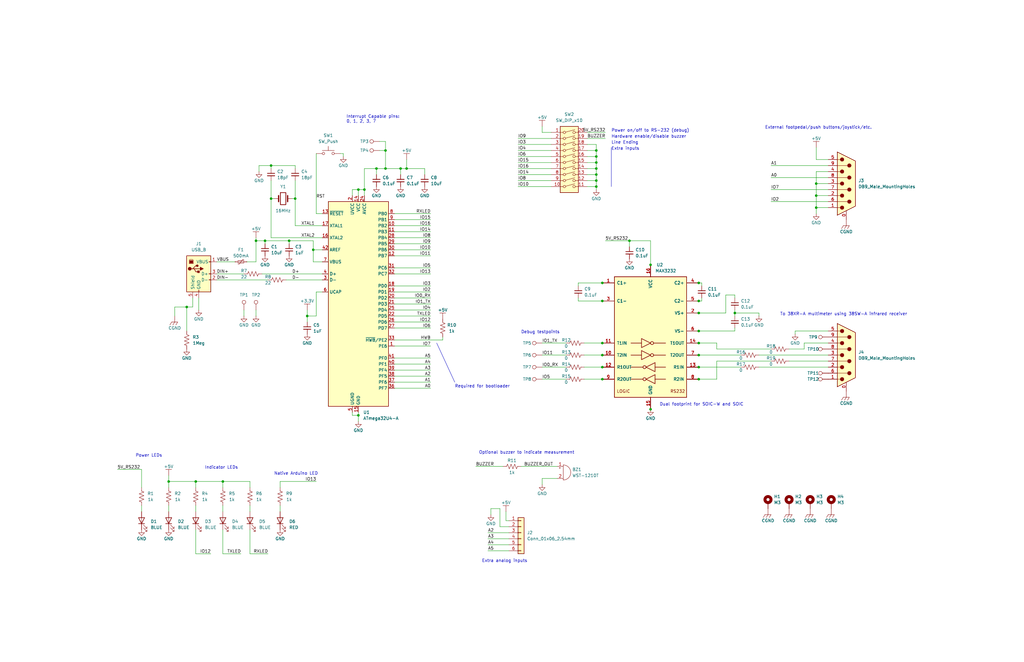
<source format=kicad_sch>
(kicad_sch (version 20230121) (generator eeschema)
  (paper "B")
  (title_block (title "SAFE-TO-MATE-O-MATIC") (date "2023-01-16") (rev "-") (comment 1 "7511-XXXX"))
  (lib_symbols
    (symbol "1Jarrett_Symbol_Library:+3.3V" (power) (pin_names (offset 0))
      (property "Value" "+3.3V" (at 0 3.81 0))
      (symbol "+3.3V_1_1"
        (pin power_in line (at 0 0 90) (length 0) hide (name "+3.3V") (number "1"))
      )
    )
    (symbol "1Jarrett_Symbol_Library:+5V" (power) (pin_names (offset 0))
      (property "Value" "+5V" (at 0 3.81 0))
      (symbol "+5V_1_1"
        (pin power_in line (at 0 0 90) (length 0) hide (name "+5V") (number "1"))
      )
    )
    (symbol "1Jarrett_Symbol_Library:CGND" (power) (pin_names (offset 0))
      (property "Value" "CGND" (at 0 -5.08 0))
      (symbol "CGND_1_1"
        (pin power_in line (at 0 0 90) (length 0) hide (name "CGND") (number "1"))
      )
    )
    (symbol "Connector:DB9_Male_MountingHoles" (pin_names (offset 1.016) hide)
      (property "Reference" "J" (at 0 16.51 0))
      (property "Value" "DB9_Male_MountingHoles" (at 0 14.605 0))
      (symbol "DB9_Male_MountingHoles_1_1"
        (pin passive line (at 0 -15.24 90) (length 3.81) (name "PAD") (number "0"))
        (pin passive line (at -7.62 -10.16 0) (length 3.81) (name "1") (number "1"))
        (pin passive line (at -7.62 -5.08 0) (length 3.81) (name "2") (number "2"))
        (pin passive line (at -7.62 0 0) (length 3.81) (name "3") (number "3"))
        (pin passive line (at -7.62 5.08 0) (length 3.81) (name "4") (number "4"))
        (pin passive line (at -7.62 10.16 0) (length 3.81) (name "5") (number "5"))
        (pin passive line (at -7.62 -7.62 0) (length 3.81) (name "6") (number "6"))
        (pin passive line (at -7.62 -2.54 0) (length 3.81) (name "7") (number "7"))
        (pin passive line (at -7.62 2.54 0) (length 3.81) (name "8") (number "8"))
        (pin passive line (at -7.62 7.62 0) (length 3.81) (name "9") (number "9"))
      )
    )
    (symbol "Connector:TestPoint" (pin_numbers hide) (pin_names (offset 0.762) hide)
      (property "Reference" "TP" (at 0 6.858 0))
      (property "Value" "TestPoint" (at 0 5.08 0))
      (symbol "TestPoint_1_1"
        (pin passive line (at 0 0 90) (length 2.54) (name "1") (number "1"))
      )
    )
    (symbol "Connector:USB_B" (pin_names (offset 1.016))
      (property "Reference" "J" (at -5.08 11.43 0))
      (property "Value" "USB_B" (at -5.08 8.89 0))
      (symbol "USB_B_1_1"
        (pin power_out line (at 7.62 5.08 180) (length 2.54) (name "VBUS") (number "1"))
        (pin bidirectional line (at 7.62 -2.54 180) (length 2.54) (name "D-") (number "2"))
        (pin bidirectional line (at 7.62 0 180) (length 2.54) (name "D+") (number "3"))
        (pin power_out line (at 0 -10.16 90) (length 2.54) (name "GND") (number "4"))
        (pin passive line (at -2.54 -10.16 90) (length 2.54) (name "Shield") (number "5"))
      )
    )
    (symbol "Connector_Generic:Conn_01x06" (pin_names (offset 1.016) hide)
      (property "Reference" "J" (at 0 7.62 0))
      (property "Value" "Conn_01x06" (at 0 -10.16 0))
      (symbol "Conn_01x06_1_1"
        (pin passive line (at -5.08 5.08 0) (length 3.81) (name "Pin_1") (number "1"))
        (pin passive line (at -5.08 2.54 0) (length 3.81) (name "Pin_2") (number "2"))
        (pin passive line (at -5.08 0 0) (length 3.81) (name "Pin_3") (number "3"))
        (pin passive line (at -5.08 -2.54 0) (length 3.81) (name "Pin_4") (number "4"))
        (pin passive line (at -5.08 -5.08 0) (length 3.81) (name "Pin_5") (number "5"))
        (pin passive line (at -5.08 -7.62 0) (length 3.81) (name "Pin_6") (number "6"))
      )
    )
    (symbol "Device:Buzzer" (pin_names (offset 0.0254) hide)
      (property "Reference" "BZ" (at 3.81 1.27 0))
      (property "Value" "Buzzer" (at 3.81 -1.27 0))
      (symbol "Buzzer_1_1"
        (pin passive line (at -2.54 2.54 0) (length 2.54) (name "-") (number "1"))
        (pin passive line (at -2.54 -2.54 0) (length 2.54) (name "+") (number "2"))
      )
    )
    (symbol "Device:C_Small" (pin_numbers hide) (pin_names (offset 0.254) hide)
      (property "Reference" "C" (at 0.254 1.778 0))
      (property "Value" "C_Small" (at 0.254 -2.032 0))
      (symbol "C_Small_1_1"
        (pin passive line (at 0 2.54 270) (length 2.032) (name "~") (number "1"))
        (pin passive line (at 0 -2.54 90) (length 2.032) (name "~") (number "2"))
      )
    )
    (symbol "Device:Crystal" (pin_numbers hide) (pin_names (offset 1.016) hide)
      (property "Reference" "Y" (at 0 3.81 0))
      (property "Value" "Crystal" (at 0 -3.81 0))
      (symbol "Crystal_1_1"
        (pin passive line (at -3.81 0 0) (length 1.27) (name "1") (number "1"))
        (pin passive line (at 3.81 0 180) (length 1.27) (name "2") (number "2"))
      )
    )
    (symbol "Device:LED" (pin_numbers hide) (pin_names (offset 1.016) hide)
      (property "Reference" "D" (at 0 2.54 0))
      (property "Value" "LED" (at 0 -2.54 0))
      (symbol "LED_1_1"
        (pin passive line (at -3.81 0 0) (length 2.54) (name "K") (number "1"))
        (pin passive line (at 3.81 0 180) (length 2.54) (name "A") (number "2"))
      )
    )
    (symbol "Device:Polyfuse_Small" (pin_numbers hide) (pin_names (offset 0))
      (property "Reference" "F" (at -1.905 0 90))
      (property "Value" "Polyfuse_Small" (at 1.905 0 90))
      (symbol "Polyfuse_Small_1_1"
        (pin passive line (at 0 2.54 270) (length 0.635) (name "~") (number "1"))
        (pin passive line (at 0 -2.54 90) (length 0.635) (name "~") (number "2"))
      )
    )
    (symbol "Device:R_US" (pin_numbers hide) (pin_names (offset 0))
      (property "Reference" "R" (at 2.54 0 90))
      (property "Value" "R_US" (at -2.54 0 90))
      (symbol "R_US_1_1"
        (pin passive line (at 0 3.81 270) (length 1.27) (name "~") (number "1"))
        (pin passive line (at 0 -3.81 90) (length 1.27) (name "~") (number "2"))
      )
    )
    (symbol "Interface_UART:MAX3232" (pin_names (offset 1.016))
      (property "Reference" "U" (at -2.54 28.575 0))
      (property "Value" "MAX3232" (at -2.54 26.67 0))
      (symbol "MAX3232_0_0"
        (text "LOGIC" (at -11.43 -22.86 0) (effects (font (size 1.27 1.27))))
        (text "RS232" (at 11.43 -22.86 0) (effects (font (size 1.27 1.27))))
      )
      (symbol "MAX3232_1_1"
        (pin passive line (at -20.32 22.86 0) (length 5.08) (name "C1+") (number "1"))
        (pin input line (at -20.32 -7.62 0) (length 5.08) (name "T2IN") (number "10"))
        (pin input line (at -20.32 -2.54 0) (length 5.08) (name "T1IN") (number "11"))
        (pin output line (at -20.32 -12.7 0) (length 5.08) (name "R1OUT") (number "12"))
        (pin input line (at 20.32 -12.7 180) (length 5.08) (name "R1IN") (number "13"))
        (pin output line (at 20.32 -2.54 180) (length 5.08) (name "T1OUT") (number "14"))
        (pin power_in line (at 0 -30.48 90) (length 5.08) (name "GND") (number "15"))
        (pin power_in line (at 0 30.48 270) (length 5.08) (name "VCC") (number "16"))
        (pin power_out line (at 20.32 10.16 180) (length 5.08) (name "VS+") (number "2"))
        (pin passive line (at -20.32 15.24 0) (length 5.08) (name "C1-") (number "3"))
        (pin passive line (at 20.32 22.86 180) (length 5.08) (name "C2+") (number "4"))
        (pin passive line (at 20.32 15.24 180) (length 5.08) (name "C2-") (number "5"))
        (pin power_out line (at 20.32 2.54 180) (length 5.08) (name "VS-") (number "6"))
        (pin output line (at 20.32 -7.62 180) (length 5.08) (name "T2OUT") (number "7"))
        (pin input line (at 20.32 -17.78 180) (length 5.08) (name "R2IN") (number "8"))
        (pin output line (at -20.32 -17.78 0) (length 5.08) (name "R2OUT") (number "9"))
      )
    )
    (symbol "MCU_Microchip_ATmega:ATmega32U4-A"
      (property "Reference" "U" (at -12.7 44.45 0))
      (property "Value" "ATmega32U4-A" (at 2.54 -44.45 0))
      (symbol "ATmega32U4-A_1_1"
        (pin bidirectional line (at 15.24 -17.78 180) (length 2.54) (name "PE6") (number "1"))
        (pin bidirectional line (at 15.24 33.02 180) (length 2.54) (name "PB2") (number "10"))
        (pin bidirectional line (at 15.24 30.48 180) (length 2.54) (name "PB3") (number "11"))
        (pin bidirectional line (at 15.24 20.32 180) (length 2.54) (name "PB7") (number "12"))
        (pin input line (at -15.24 38.1 0) (length 2.54) (name "~{RESET}") (number "13"))
        (pin power_in line (at 0 45.72 270) (length 2.54) (name "VCC") (number "14"))
        (pin power_in line (at 0 -45.72 90) (length 2.54) (name "GND") (number "15"))
        (pin output line (at -15.24 27.94 0) (length 2.54) (name "XTAL2") (number "16"))
        (pin input line (at -15.24 33.02 0) (length 2.54) (name "XTAL1") (number "17"))
        (pin bidirectional line (at 15.24 7.62 180) (length 2.54) (name "PD0") (number "18"))
        (pin bidirectional line (at 15.24 5.08 180) (length 2.54) (name "PD1") (number "19"))
        (pin power_in line (at -2.54 45.72 270) (length 2.54) (name "UVCC") (number "2"))
        (pin bidirectional line (at 15.24 2.54 180) (length 2.54) (name "PD2") (number "20"))
        (pin bidirectional line (at 15.24 0 180) (length 2.54) (name "PD3") (number "21"))
        (pin bidirectional line (at 15.24 -5.08 180) (length 2.54) (name "PD5") (number "22"))
        (pin passive line (at 0 -45.72 90) (length 2.54) hide (name "GND") (number "23"))
        (pin power_in line (at 2.54 45.72 270) (length 2.54) (name "AVCC") (number "24"))
        (pin bidirectional line (at 15.24 -2.54 180) (length 2.54) (name "PD4") (number "25"))
        (pin bidirectional line (at 15.24 -7.62 180) (length 2.54) (name "PD6") (number "26"))
        (pin bidirectional line (at 15.24 -10.16 180) (length 2.54) (name "PD7") (number "27"))
        (pin bidirectional line (at 15.24 27.94 180) (length 2.54) (name "PB4") (number "28"))
        (pin bidirectional line (at 15.24 25.4 180) (length 2.54) (name "PB5") (number "29"))
        (pin bidirectional line (at -15.24 10.16 0) (length 2.54) (name "D-") (number "3"))
        (pin bidirectional line (at 15.24 22.86 180) (length 2.54) (name "PB6") (number "30"))
        (pin bidirectional line (at 15.24 15.24 180) (length 2.54) (name "PC6") (number "31"))
        (pin bidirectional line (at 15.24 12.7 180) (length 2.54) (name "PC7") (number "32"))
        (pin bidirectional line (at 15.24 -15.24 180) (length 2.54) (name "~{HWB}/PE2") (number "33"))
        (pin passive line (at 0 45.72 270) (length 2.54) hide (name "VCC") (number "34"))
        (pin passive line (at 0 -45.72 90) (length 2.54) hide (name "GND") (number "35"))
        (pin bidirectional line (at 15.24 -35.56 180) (length 2.54) (name "PF7") (number "36"))
        (pin bidirectional line (at 15.24 -33.02 180) (length 2.54) (name "PF6") (number "37"))
        (pin bidirectional line (at 15.24 -30.48 180) (length 2.54) (name "PF5") (number "38"))
        (pin bidirectional line (at 15.24 -27.94 180) (length 2.54) (name "PF4") (number "39"))
        (pin bidirectional line (at -15.24 12.7 0) (length 2.54) (name "D+") (number "4"))
        (pin bidirectional line (at 15.24 -25.4 180) (length 2.54) (name "PF1") (number "40"))
        (pin bidirectional line (at 15.24 -22.86 180) (length 2.54) (name "PF0") (number "41"))
        (pin passive line (at -15.24 22.86 0) (length 2.54) (name "AREF") (number "42"))
        (pin passive line (at 0 -45.72 90) (length 2.54) hide (name "GND") (number "43"))
        (pin passive line (at 2.54 45.72 270) (length 2.54) hide (name "AVCC") (number "44"))
        (pin passive line (at -2.54 -45.72 90) (length 2.54) (name "UGND") (number "5"))
        (pin passive line (at -15.24 5.08 0) (length 2.54) (name "UCAP") (number "6"))
        (pin input line (at -15.24 17.78 0) (length 2.54) (name "VBUS") (number "7"))
        (pin bidirectional line (at 15.24 38.1 180) (length 2.54) (name "PB0") (number "8"))
        (pin bidirectional line (at 15.24 35.56 180) (length 2.54) (name "PB1") (number "9"))
      )
    )
    (symbol "Mechanical:MountingHole_Pad" (pin_numbers hide) (pin_names (offset 1.016) hide)
      (property "Reference" "H" (at 0 6.35 0))
      (property "Value" "MountingHole_Pad" (at 0 4.445 0))
      (symbol "MountingHole_Pad_1_1"
        (pin input line (at 0 -2.54 90) (length 2.54) (name "1") (number "1"))
      )
    )
    (symbol "Switch:SW_DIP_x10" (pin_names (offset 0) hide)
      (property "Reference" "SW" (at 0 16.51 0))
      (property "Value" "SW_DIP_x10" (at 0 -13.97 0))
      (symbol "SW_DIP_x10_1_1"
        (pin passive line (at -7.62 12.7 0) (length 5.08) (name "~") (number "1"))
        (pin passive line (at -7.62 -10.16 0) (length 5.08) (name "~") (number "10"))
        (pin passive line (at 7.62 -10.16 180) (length 5.08) (name "~") (number "11"))
        (pin passive line (at 7.62 -7.62 180) (length 5.08) (name "~") (number "12"))
        (pin passive line (at 7.62 -5.08 180) (length 5.08) (name "~") (number "13"))
        (pin passive line (at 7.62 -2.54 180) (length 5.08) (name "~") (number "14"))
        (pin passive line (at 7.62 0 180) (length 5.08) (name "~") (number "15"))
        (pin passive line (at 7.62 2.54 180) (length 5.08) (name "~") (number "16"))
        (pin passive line (at 7.62 5.08 180) (length 5.08) (name "~") (number "17"))
        (pin passive line (at 7.62 7.62 180) (length 5.08) (name "~") (number "18"))
        (pin passive line (at 7.62 10.16 180) (length 5.08) (name "~") (number "19"))
        (pin passive line (at -7.62 10.16 0) (length 5.08) (name "~") (number "2"))
        (pin passive line (at 7.62 12.7 180) (length 5.08) (name "~") (number "20"))
        (pin passive line (at -7.62 7.62 0) (length 5.08) (name "~") (number "3"))
        (pin passive line (at -7.62 5.08 0) (length 5.08) (name "~") (number "4"))
        (pin passive line (at -7.62 2.54 0) (length 5.08) (name "~") (number "5"))
        (pin passive line (at -7.62 0 0) (length 5.08) (name "~") (number "6"))
        (pin passive line (at -7.62 -2.54 0) (length 5.08) (name "~") (number "7"))
        (pin passive line (at -7.62 -5.08 0) (length 5.08) (name "~") (number "8"))
        (pin passive line (at -7.62 -7.62 0) (length 5.08) (name "~") (number "9"))
      )
    )
    (symbol "Switch:SW_Push" (pin_numbers hide) (pin_names (offset 1.016) hide)
      (property "Reference" "SW" (at 1.27 2.54 0))
      (property "Value" "SW_Push" (at 0 -1.524 0))
      (symbol "SW_Push_0_1"
        (pin passive line (at -5.08 0 0) (length 2.54) (name "1") (number "1"))
        (pin passive line (at 5.08 0 180) (length 2.54) (name "2") (number "2"))
      )
    )
    (symbol "power:GND" (power) (pin_names (offset 0))
      (property "Value" "GND" (at 0 -3.81 0))
      (symbol "GND_1_1"
        (pin power_in line (at 0 0 270) (length 0) hide (name "GND") (number "1"))
      )
    )
  )
  (junction (at 158.75 71.12))
  (junction (at 78.74 129.54))
  (junction (at 171.45 71.12))
  (junction (at 344.17 77.47))
  (junction (at 294.64 127))
  (junction (at 251.46 76.2))
  (junction (at 265.43 101.6))
  (junction (at 114.3 69.85))
  (junction (at 251.46 78.74))
  (junction (at 294.64 139.7))
  (junction (at 254 160.02))
  (junction (at 114.3 83.82))
  (junction (at 168.91 71.12))
  (junction (at 121.92 101.6))
  (junction (at 251.46 73.66))
  (junction (at 344.17 87.63))
  (junction (at 274.32 172.72))
  (junction (at 294.64 144.78))
  (junction (at 254 127))
  (junction (at 71.12 203.2))
  (junction (at 129.54 133.35))
  (junction (at 124.46 83.82))
  (junction (at 93.98 203.2))
  (junction (at 294.64 154.94))
  (junction (at 251.46 66.04))
  (junction (at 344.17 82.55))
  (junction (at 254 154.94))
  (junction (at 251.46 71.12))
  (junction (at 254 149.86))
  (junction (at 132.08 105.41))
  (junction (at 251.46 68.58))
  (junction (at 294.64 149.86))
  (junction (at 107.95 101.6))
  (junction (at 254 119.38))
  (junction (at 151.13 175.26))
  (junction (at 294.64 119.38))
  (junction (at 162.56 71.12))
  (junction (at 111.76 101.6))
  (junction (at 251.46 63.5))
  (junction (at 162.56 63.5))
  (junction (at 294.64 132.08))
  (junction (at 274.32 111.76))
  (junction (at 82.55 203.2))
  (junction (at 309.88 132.08))
  (junction (at 254 144.78))
  (junction (at 294.64 160.02))
  (junction (at 153.67 80.01))
  (junction (at 151.13 80.01))
  (wire (pts (xy 332.74 152.4) (xy 349.25 152.4)))
  (wire (pts (xy 251.46 63.5) (xy 251.46 66.04)))
  (wire (pts (xy 166.37 135.89) (xy 181.61 135.89)))
  (wire (pts (xy 118.11 213.36) (xy 118.11 215.9)))
  (wire (pts (xy 335.28 140.97) (xy 335.28 139.7)))
  (wire (pts (xy 247.65 58.42) (xy 255.27 58.42)))
  (wire (pts (xy 129.54 133.35) (xy 129.54 135.89)))
  (wire (pts (xy 71.12 213.36) (xy 71.12 215.9)))
  (wire (pts (xy 111.76 101.6) (xy 121.92 101.6)))
  (wire (pts (xy 339.09 144.78) (xy 339.09 147.32)))
  (wire (pts (xy 302.26 152.4) (xy 325.12 152.4)))
  (wire (pts (xy 228.6 201.93) (xy 228.6 204.47)))
  (wire (pts (xy 218.44 78.74) (xy 232.41 78.74)))
  (wire (pts (xy 309.88 130.81) (xy 309.88 132.08)))
  (wire (pts (xy 306.07 132.08) (xy 306.07 124.46)))
  (wire (pts (xy 120.65 118.11) (xy 135.89 118.11)))
  (wire (pts (xy 294.64 119.38) (xy 295.91 119.38)))
  (wire (pts (xy 349.25 67.31) (xy 344.17 67.31)))
  (wire (pts (xy 166.37 90.17) (xy 181.61 90.17)))
  (wire (pts (xy 162.56 59.69) (xy 162.56 63.5)))
  (wire (pts (xy 228.6 144.78) (xy 238.76 144.78)))
  (wire (pts (xy 114.3 71.12) (xy 114.3 69.85)))
  (wire (pts (xy 78.74 129.54) (xy 78.74 139.7)))
  (wire (pts (xy 166.37 153.67) (xy 181.61 153.67)))
  (wire (pts (xy 132.08 110.49) (xy 132.08 105.41)))
  (wire (pts (xy 344.17 77.47) (xy 349.25 77.47)))
  (wire (pts (xy 247.65 63.5) (xy 251.46 63.5)))
  (wire (pts (xy 148.59 173.99) (xy 148.59 175.26)))
  (wire (pts (xy 247.65 78.74) (xy 251.46 78.74)))
  (polyline (pts (xy 191.77 161.29) (xy 184.15 144.78)))
  (wire (pts (xy 105.41 223.52) (xy 105.41 233.68)))
  (wire (pts (xy 110.49 115.57) (xy 135.89 115.57)))
  (wire (pts (xy 144.78 66.04) (xy 144.78 64.77)))
  (wire (pts (xy 247.65 76.2) (xy 251.46 76.2)))
  (wire (pts (xy 344.17 62.23) (xy 344.17 67.31)))
  (wire (pts (xy 118.11 203.2) (xy 133.35 203.2)))
  (wire (pts (xy 325.12 69.85) (xy 349.25 69.85)))
  (wire (pts (xy 73.66 133.35) (xy 73.66 129.54)))
  (wire (pts (xy 302.26 147.32) (xy 325.12 147.32)))
  (wire (pts (xy 251.46 78.74) (xy 251.46 80.01)))
  (wire (pts (xy 306.07 124.46) (xy 309.88 124.46)))
  (wire (pts (xy 114.3 83.82) (xy 114.3 100.33)))
  (wire (pts (xy 247.65 66.04) (xy 251.46 66.04)))
  (wire (pts (xy 207.01 217.17) (xy 207.01 214.63)))
  (wire (pts (xy 255.27 101.6) (xy 265.43 101.6)))
  (wire (pts (xy 171.45 71.12) (xy 179.07 71.12)))
  (wire (pts (xy 205.74 224.79) (xy 214.63 224.79)))
  (wire (pts (xy 111.76 102.87) (xy 111.76 101.6)))
  (wire (pts (xy 332.74 147.32) (xy 339.09 147.32)))
  (wire (pts (xy 274.32 101.6) (xy 265.43 101.6)))
  (wire (pts (xy 320.04 154.94) (xy 349.25 154.94)))
  (wire (pts (xy 166.37 146.05) (xy 181.61 146.05)))
  (wire (pts (xy 59.69 213.36) (xy 59.69 215.9)))
  (wire (pts (xy 186.69 143.51) (xy 186.69 142.24)))
  (wire (pts (xy 251.46 73.66) (xy 251.46 76.2)))
  (wire (pts (xy 344.17 72.39) (xy 344.17 77.47)))
  (wire (pts (xy 246.38 154.94) (xy 254 154.94)))
  (wire (pts (xy 105.41 213.36) (xy 105.41 215.9)))
  (wire (pts (xy 71.12 200.66) (xy 71.12 203.2)))
  (wire (pts (xy 104.14 110.49) (xy 107.95 110.49)))
  (wire (pts (xy 295.91 127) (xy 295.91 125.73)))
  (wire (pts (xy 344.17 82.55) (xy 344.17 77.47)))
  (wire (pts (xy 166.37 130.81) (xy 181.61 130.81)))
  (wire (pts (xy 232.41 66.04) (xy 218.44 66.04)))
  (wire (pts (xy 246.38 149.86) (xy 254 149.86)))
  (wire (pts (xy 49.53 198.12) (xy 59.69 198.12)))
  (wire (pts (xy 153.67 71.12) (xy 158.75 71.12)))
  (wire (pts (xy 246.38 160.02) (xy 254 160.02)))
  (wire (pts (xy 105.41 203.2) (xy 105.41 205.74)))
  (wire (pts (xy 302.26 160.02) (xy 294.64 160.02)))
  (wire (pts (xy 82.55 203.2) (xy 82.55 205.74)))
  (wire (pts (xy 320.04 149.86) (xy 349.25 149.86)))
  (wire (pts (xy 162.56 71.12) (xy 168.91 71.12)))
  (wire (pts (xy 82.55 203.2) (xy 93.98 203.2)))
  (wire (pts (xy 166.37 100.33) (xy 181.61 100.33)))
  (wire (pts (xy 166.37 163.83) (xy 181.61 163.83)))
  (wire (pts (xy 132.08 105.41) (xy 135.89 105.41)))
  (wire (pts (xy 218.44 76.2) (xy 232.41 76.2)))
  (wire (pts (xy 91.44 115.57) (xy 102.87 115.57)))
  (wire (pts (xy 251.46 71.12) (xy 251.46 73.66)))
  (wire (pts (xy 247.65 68.58) (xy 251.46 68.58)))
  (wire (pts (xy 82.55 233.68) (xy 88.9 233.68)))
  (wire (pts (xy 135.89 95.25) (xy 124.46 95.25)))
  (wire (pts (xy 166.37 161.29) (xy 181.61 161.29)))
  (wire (pts (xy 349.25 87.63) (xy 344.17 87.63)))
  (wire (pts (xy 166.37 95.25) (xy 181.61 95.25)))
  (wire (pts (xy 302.26 144.78) (xy 302.26 147.32)))
  (wire (pts (xy 135.89 123.19) (xy 133.35 123.19)))
  (wire (pts (xy 124.46 83.82) (xy 123.19 83.82)))
  (wire (pts (xy 168.91 71.12) (xy 168.91 73.66)))
  (wire (pts (xy 200.66 196.85) (xy 212.09 196.85)))
  (wire (pts (xy 294.64 154.94) (xy 312.42 154.94)))
  (wire (pts (xy 344.17 82.55) (xy 349.25 82.55)))
  (wire (pts (xy 232.41 63.5) (xy 218.44 63.5)))
  (wire (pts (xy 93.98 233.68) (xy 101.6 233.68)))
  (wire (pts (xy 243.84 127) (xy 243.84 125.73)))
  (wire (pts (xy 144.78 64.77) (xy 143.51 64.77)))
  (wire (pts (xy 247.65 71.12) (xy 251.46 71.12)))
  (wire (pts (xy 213.36 215.9) (xy 213.36 219.71)))
  (wire (pts (xy 166.37 143.51) (xy 186.69 143.51)))
  (wire (pts (xy 135.89 100.33) (xy 114.3 100.33)))
  (wire (pts (xy 153.67 80.01) (xy 153.67 71.12)))
  (wire (pts (xy 309.88 139.7) (xy 309.88 138.43)))
  (wire (pts (xy 135.89 110.49) (xy 132.08 110.49)))
  (wire (pts (xy 151.13 175.26) (xy 151.13 173.99)))
  (wire (pts (xy 166.37 115.57) (xy 181.61 115.57)))
  (wire (pts (xy 205.74 229.87) (xy 214.63 229.87)))
  (wire (pts (xy 294.64 127) (xy 295.91 127)))
  (wire (pts (xy 205.74 232.41) (xy 214.63 232.41)))
  (wire (pts (xy 148.59 175.26) (xy 151.13 175.26)))
  (wire (pts (xy 71.12 203.2) (xy 71.12 205.74)))
  (wire (pts (xy 309.88 132.08) (xy 320.04 132.08)))
  (wire (pts (xy 82.55 213.36) (xy 82.55 215.9)))
  (wire (pts (xy 166.37 158.75) (xy 181.61 158.75)))
  (wire (pts (xy 107.95 101.6) (xy 107.95 110.49)))
  (wire (pts (xy 294.64 144.78) (xy 302.26 144.78)))
  (wire (pts (xy 251.46 68.58) (xy 251.46 71.12)))
  (wire (pts (xy 133.35 64.77) (xy 133.35 90.17)))
  (wire (pts (xy 166.37 102.87) (xy 181.61 102.87)))
  (wire (pts (xy 114.3 69.85) (xy 124.46 69.85)))
  (wire (pts (xy 124.46 69.85) (xy 124.46 71.12)))
  (wire (pts (xy 210.82 214.63) (xy 210.82 222.25)))
  (wire (pts (xy 83.82 125.73) (xy 83.82 130.81)))
  (wire (pts (xy 93.98 203.2) (xy 105.41 203.2)))
  (wire (pts (xy 325.12 85.09) (xy 349.25 85.09)))
  (wire (pts (xy 254 127) (xy 243.84 127)))
  (wire (pts (xy 166.37 97.79) (xy 181.61 97.79)))
  (wire (pts (xy 247.65 55.88) (xy 255.27 55.88)))
  (wire (pts (xy 309.88 132.08) (xy 309.88 133.35)))
  (wire (pts (xy 114.3 76.2) (xy 114.3 83.82)))
  (wire (pts (xy 148.59 80.01) (xy 148.59 82.55)))
  (wire (pts (xy 320.04 132.08) (xy 320.04 133.35)))
  (wire (pts (xy 219.71 196.85) (xy 234.95 196.85)))
  (wire (pts (xy 325.12 80.01) (xy 349.25 80.01)))
  (wire (pts (xy 246.38 144.78) (xy 254 144.78)))
  (wire (pts (xy 81.28 125.73) (xy 81.28 129.54)))
  (wire (pts (xy 118.11 203.2) (xy 118.11 205.74)))
  (wire (pts (xy 325.12 74.93) (xy 349.25 74.93)))
  (wire (pts (xy 166.37 133.35) (xy 181.61 133.35)))
  (wire (pts (xy 228.6 149.86) (xy 238.76 149.86)))
  (wire (pts (xy 309.88 124.46) (xy 309.88 125.73)))
  (wire (pts (xy 166.37 123.19) (xy 181.61 123.19)))
  (wire (pts (xy 344.17 72.39) (xy 349.25 72.39)))
  (wire (pts (xy 73.66 129.54) (xy 78.74 129.54)))
  (wire (pts (xy 171.45 67.31) (xy 171.45 71.12)))
  (wire (pts (xy 91.44 118.11) (xy 113.03 118.11)))
  (wire (pts (xy 294.64 149.86) (xy 312.42 149.86)))
  (wire (pts (xy 251.46 76.2) (xy 251.46 78.74)))
  (wire (pts (xy 243.84 119.38) (xy 254 119.38)))
  (wire (pts (xy 129.54 133.35) (xy 129.54 130.81)))
  (wire (pts (xy 335.28 139.7) (xy 349.25 139.7)))
  (wire (pts (xy 214.63 219.71) (xy 213.36 219.71)))
  (wire (pts (xy 232.41 60.96) (xy 218.44 60.96)))
  (wire (pts (xy 107.95 130.81) (xy 107.95 133.35)))
  (wire (pts (xy 166.37 156.21) (xy 181.61 156.21)))
  (wire (pts (xy 153.67 82.55) (xy 153.67 80.01)))
  (wire (pts (xy 166.37 138.43) (xy 181.61 138.43)))
  (wire (pts (xy 166.37 105.41) (xy 181.61 105.41)))
  (wire (pts (xy 81.28 129.54) (xy 78.74 129.54)))
  (wire (pts (xy 82.55 223.52) (xy 82.55 233.68)))
  (wire (pts (xy 274.32 111.76) (xy 274.32 101.6)))
  (wire (pts (xy 93.98 223.52) (xy 93.98 233.68)))
  (wire (pts (xy 107.95 100.33) (xy 107.95 101.6)))
  (wire (pts (xy 232.41 58.42) (xy 218.44 58.42)))
  (wire (pts (xy 160.02 63.5) (xy 162.56 63.5)))
  (wire (pts (xy 160.02 59.69) (xy 162.56 59.69)))
  (wire (pts (xy 166.37 125.73) (xy 181.61 125.73)))
  (wire (pts (xy 214.63 222.25) (xy 210.82 222.25)))
  (wire (pts (xy 132.08 101.6) (xy 121.92 101.6)))
  (wire (pts (xy 247.65 73.66) (xy 251.46 73.66)))
  (wire (pts (xy 179.07 71.12) (xy 179.07 73.66)))
  (wire (pts (xy 251.46 60.96) (xy 251.46 63.5)))
  (wire (pts (xy 166.37 92.71) (xy 181.61 92.71)))
  (wire (pts (xy 228.6 160.02) (xy 238.76 160.02)))
  (wire (pts (xy 228.6 53.34) (xy 228.6 55.88)))
  (wire (pts (xy 234.95 201.93) (xy 228.6 201.93)))
  (wire (pts (xy 124.46 76.2) (xy 124.46 83.82)))
  (wire (pts (xy 294.64 139.7) (xy 309.88 139.7)))
  (wire (pts (xy 205.74 227.33) (xy 214.63 227.33)))
  (wire (pts (xy 109.22 69.85) (xy 114.3 69.85)))
  (wire (pts (xy 111.76 101.6) (xy 107.95 101.6)))
  (wire (pts (xy 105.41 233.68) (xy 113.03 233.68)))
  (wire (pts (xy 124.46 83.82) (xy 124.46 95.25)))
  (wire (pts (xy 133.35 123.19) (xy 133.35 133.35)))
  (wire (pts (xy 349.25 144.78) (xy 339.09 144.78)))
  (wire (pts (xy 93.98 213.36) (xy 93.98 215.9)))
  (wire (pts (xy 166.37 107.95) (xy 181.61 107.95)))
  (wire (pts (xy 218.44 68.58) (xy 232.41 68.58)))
  (wire (pts (xy 265.43 101.6) (xy 265.43 104.14)))
  (wire (pts (xy 251.46 66.04) (xy 251.46 68.58)))
  (wire (pts (xy 102.87 130.81) (xy 102.87 133.35)))
  (wire (pts (xy 132.08 105.41) (xy 132.08 101.6)))
  (wire (pts (xy 151.13 80.01) (xy 148.59 80.01)))
  (wire (pts (xy 207.01 214.63) (xy 210.82 214.63)))
  (wire (pts (xy 114.3 83.82) (xy 115.57 83.82)))
  (wire (pts (xy 158.75 71.12) (xy 162.56 71.12)))
  (wire (pts (xy 232.41 55.88) (xy 228.6 55.88)))
  (wire (pts (xy 218.44 71.12) (xy 232.41 71.12)))
  (wire (pts (xy 218.44 73.66) (xy 232.41 73.66)))
  (wire (pts (xy 153.67 80.01) (xy 151.13 80.01)))
  (wire (pts (xy 166.37 151.13) (xy 181.61 151.13)))
  (wire (pts (xy 135.89 90.17) (xy 133.35 90.17)))
  (wire (pts (xy 162.56 63.5) (xy 162.56 71.12)))
  (wire (pts (xy 243.84 120.65) (xy 243.84 119.38)))
  (wire (pts (xy 71.12 203.2) (xy 82.55 203.2)))
  (wire (pts (xy 151.13 175.26) (xy 151.13 177.8)))
  (wire (pts (xy 59.69 198.12) (xy 59.69 205.74)))
  (wire (pts (xy 166.37 128.27) (xy 181.61 128.27)))
  (polyline (pts (xy 257.81 62.23) (xy 257.81 78.74)))
  (wire (pts (xy 228.6 154.94) (xy 238.76 154.94)))
  (wire (pts (xy 302.26 152.4) (xy 302.26 160.02)))
  (wire (pts (xy 151.13 82.55) (xy 151.13 80.01)))
  (wire (pts (xy 344.17 87.63) (xy 344.17 82.55)))
  (wire (pts (xy 121.92 102.87) (xy 121.92 101.6)))
  (wire (pts (xy 93.98 203.2) (xy 93.98 205.74)))
  (wire (pts (xy 91.44 110.49) (xy 99.06 110.49)))
  (wire (pts (xy 166.37 120.65) (xy 181.61 120.65)))
  (wire (pts (xy 295.91 120.65) (xy 295.91 119.38)))
  (wire (pts (xy 109.22 72.39) (xy 109.22 69.85)))
  (wire (pts (xy 158.75 71.12) (xy 158.75 73.66)))
  (wire (pts (xy 168.91 71.12) (xy 171.45 71.12)))
  (wire (pts (xy 166.37 113.03) (xy 181.61 113.03)))
  (wire (pts (xy 247.65 60.96) (xy 251.46 60.96)))
  (wire (pts (xy 133.35 133.35) (xy 129.54 133.35)))
  (wire (pts (xy 344.17 87.63) (xy 344.17 90.17)))
  (wire (pts (xy 294.64 132.08) (xy 306.07 132.08)))
  (text "To 38XR-A multimeter using 38SW-A infrared receiver" (at 328.93 133.35 0) (effects (font (size 1.27 1.27)) (justify left bottom)))
  (text "External footpedal/push buttons/joystick/etc." (at 322.58 54.61 0) (effects (font (size 1.27 1.27)) (justify left bottom)))
  (text "Optional buzzer to indicate measurement" (at 201.93 191.77 0) (effects (font (size 1.27 1.27)) (justify left bottom)))
  (text "Dual footprint for SOIC-W and SOIC\n" (at 278.13 171.45 0) (effects (font (size 1.27 1.27)) (justify left bottom)))
  (text "Power LEDs" (at 57.15 193.04 0) (effects (font (size 1.27 1.27)) (justify left bottom)))
  (text "Extra inputs" (at 257.81 63.5 0) (effects (font (size 1.27 1.27)) (justify left bottom)))
  (text "Indicator LEDs" (at 86.36 198.12 0) (effects (font (size 1.27 1.27)) (justify left bottom)))
  (text "Native Arduino LED" (at 115.57 200.66 0) (effects (font (size 1.27 1.27)) (justify left bottom)))
  (text "Line Ending" (at 257.81 60.96 0) (effects (font (size 1.27 1.27)) (justify left bottom)))
  (text "Extra analog inputs" (at 203.2 237.49 0) (effects (font (size 1.27 1.27)) (justify left bottom)))
  (text "Power on/off to RS-232 (debug)" (at 257.81 55.88 0) (effects (font (size 1.27 1.27)) (justify left bottom)))
  (text "Debug testpoints" (at 219.71 140.97 0) (effects (font (size 1.27 1.27)) (justify left bottom)))
  (text "Hardware enable/disable buzzer" (at 257.81 58.42 0) (effects (font (size 1.27 1.27)) (justify left bottom)))
  (text "Interrupt Capable pins:\n0, 1, 2, 3, 7" (at 146.05 52.07 0) (effects (font (size 1.27 1.27)) (justify left bottom)))
  (text "Required for bootloader" (at 191.77 163.83 0) (effects (font (size 1.27 1.27)) (justify left bottom)))
  (label "RST" (at 133.35 83.82 0))
  (label "IO11" (at 228.6 149.86 0))
  (label "VBUS" (at 91.44 110.49 0))
  (label "A2" (at 181.61 158.75 180))
  (label "5V_RS232" (at 255.27 101.6 0))
  (label "IO0_RX" (at 228.6 154.94 0))
  (label "A1" (at 325.12 69.85 0))
  (label "HWB" (at 181.61 143.51 180))
  (label "IO9" (at 181.61 102.87 180))
  (label "IO10" (at 181.61 105.41 180))
  (label "RXLED" (at 181.61 90.17 180))
  (label "A0" (at 325.12 74.93 0))
  (label "A4" (at 205.74 229.87 0))
  (label "D-" (at 123.19 118.11 0))
  (label "IO2" (at 325.12 85.09 0))
  (label "IO0_RX" (at 181.61 125.73 180))
  (label "A0" (at 181.61 163.83 180))
  (label "IO9" (at 218.44 58.42 0))
  (label "IO14" (at 181.61 97.79 180))
  (label "IO12" (at 181.61 135.89 180))
  (label "A3" (at 181.61 156.21 180))
  (label "IO15" (at 181.61 92.71 180))
  (label "IO15" (at 218.44 68.58 0))
  (label "IO3" (at 218.44 60.96 0))
  (label "IO11" (at 181.61 107.95 180))
  (label "IO7" (at 181.61 146.05 180))
  (label "IO6" (at 218.44 66.04 0))
  (label "A1" (at 181.61 161.29 180))
  (label "5V_RS232" (at 49.53 198.12 0))
  (label "IO13" (at 181.61 115.57 180))
  (label "BUZZER" (at 200.66 196.85 0))
  (label "A5" (at 181.61 151.13 180))
  (label "IO16" (at 218.44 71.12 0))
  (label "A4" (at 181.61 153.67 180))
  (label "DIN-" (at 91.44 118.11 0))
  (label "IO1_TX" (at 181.61 128.27 180))
  (label "IO12" (at 88.9 233.68 180))
  (label "IO10" (at 218.44 78.74 0))
  (label "IO7" (at 325.12 80.01 0))
  (label "IO8" (at 218.44 76.2 0))
  (label "A3" (at 205.74 227.33 0))
  (label "IO6" (at 181.61 138.43 180))
  (label "IO13" (at 133.35 203.2 180))
  (label "TXLED" (at 101.6 233.68 180))
  (label "IO5" (at 181.61 113.03 180))
  (label "XTAL2" (at 127 100.33 0))
  (label "BUZZER" (at 255.27 58.42 180))
  (label "DIN+" (at 91.44 115.57 0))
  (label "RXLED" (at 113.03 233.68 180))
  (label "IO2" (at 181.61 123.19 180))
  (label "XTAL1" (at 127 95.25 0))
  (label "IO5" (at 228.6 160.02 0))
  (label "IO1_TX" (at 228.6 144.78 0))
  (label "D+" (at 123.19 115.57 0))
  (label "5V_RS232" (at 255.27 55.88 180))
  (label "IO3" (at 181.61 120.65 180))
  (label "IO14" (at 218.44 73.66 0))
  (label "A5" (at 205.74 232.41 0))
  (label "IO16" (at 181.61 95.25 180))
  (label "IO4" (at 181.61 130.81 180))
  (label "IO4" (at 218.44 63.5 0))
  (label "IO8" (at 181.61 100.33 180))
  (label "BUZZER_OUT" (at 220.98 196.85 0))
  (label "A2" (at 205.74 224.79 0))
  (label "TXLED" (at 181.61 133.35 180))
  (symbol (lib_id "Connector:DB9_Male_MountingHoles") (at 356.87 149.86 0) (unit 1)
    (property "Reference" "J4" (at 361.95 148.5899 0) (effects (justify left)))
    (property "Value" "DB9_Male_MountingHoles" (at 361.95 151.1299 0) (effects (justify left)))
    (property "Footprint" "Connector_Dsub:DSUB-9_Female_Horizontal_P2.77x2.84mm_EdgePinOffset4.94mm_Housed_MountingHolesOffset7.48mm" (effects hide))
    (property "Datasheet" " ~" (effects hide))
  )
  (symbol (lib_id "1Jarrett_Symbol_Library:+5V") (at 228.6 53.34 0) (unit 1)
    (property "Reference" "#PWR025" (effects hide))
    (property "Value" "+5V" (at 228.6 49.53 0))
  )
  (symbol (lib_id "1Jarrett_Symbol_Library:+5V") (at 171.45 67.31 0) (unit 1)
    (property "Reference" "#PWR020" (effects hide))
    (property "Value" "+5V" (at 171.45 63.5 0))
  )
  (symbol (lib_id "Connector:TestPoint") (at 228.6 144.78 90) (mirror x) (unit 1)
    (property "Reference" "TP5" (at 222.25 144.78 90))
    (property "Value" "TestPoint" (effects hide))
    (property "Footprint" "TestPoint:TestPoint_Keystone_5015_Micro-Minature" (effects hide))
  )
  (symbol (lib_id "Connector:DB9_Male_MountingHoles") (at 356.87 77.47 0) (unit 1)
    (property "Reference" "J3" (at 361.95 76.1999 0) (effects (justify left)))
    (property "Value" "DB9_Male_MountingHoles" (at 361.95 78.7399 0) (effects (justify left)))
    (property "Footprint" "Connector_Dsub:DSUB-9_Female_Horizontal_P2.77x2.84mm_EdgePinOffset4.94mm_Housed_MountingHolesOffset7.48mm" (effects hide))
    (property "Datasheet" " ~" (effects hide))
  )
  (symbol (lib_id "Device:C_Small") (at 129.54 138.43 0) (unit 1)
    (property "Reference" "C5" (at 132.08 137.1662 0) (effects (justify left)))
    (property "Value" "1uF" (at 132.08 139.7062 0) (effects (justify left)))
    (property "Footprint" "Capacitor_SMD:C_0603_1608Metric_Pad1.08x0.95mm_HandSolder" (effects hide))
  )
  (symbol (lib_id "Connector:TestPoint") (at 160.02 63.5 90) (unit 1)
    (property "Reference" "TP4" (at 153.67 63.5 90))
    (property "Value" "TestPoint" (effects hide))
    (property "Footprint" "TestPoint:TestPoint_Keystone_5015_Micro-Minature" (effects hide))
  )
  (symbol (lib_id "Device:R_US") (at 78.74 143.51 180) (unit 1)
    (property "Reference" "R3" (at 82.55 142.24 0))
    (property "Value" "1Meg" (at 83.82 144.78 0))
    (property "Footprint" "Resistor_SMD:R_1206_3216Metric_Pad1.30x1.75mm_HandSolder" (effects hide))
  )
  (symbol (lib_id "power:GND") (at 265.43 109.22 0) (unit 1)
    (property "Reference" "#PWR028" (effects hide))
    (property "Value" "GND" (at 265.43 113.03 0))
  )
  (symbol (lib_id "Device:LED") (at 105.41 219.71 90) (unit 1)
    (property "Reference" "D5" (at 109.22 220.0274 90) (effects (justify right)))
    (property "Value" "BLUE" (at 109.22 222.5674 90) (effects (justify right)))
    (property "Footprint" "LED_SMD:LED_0603_1608Metric_Pad1.05x0.95mm_HandSolder" (effects hide))
  )
  (symbol (lib_id "power:GND") (at 179.07 78.74 0) (unit 1)
    (property "Reference" "#PWR021" (effects hide))
    (property "Value" "GND" (at 179.07 82.55 0))
  )
  (symbol (lib_id "Connector:TestPoint") (at 228.6 149.86 90) (mirror x) (unit 1)
    (property "Reference" "TP6" (at 222.25 149.86 90))
    (property "Value" "TestPoint" (effects hide))
    (property "Footprint" "TestPoint:TestPoint_Keystone_5015_Micro-Minature" (effects hide))
  )
  (symbol (lib_id "1Jarrett_Symbol_Library:CGND") (at 341.63 214.63 0) (unit 1)
    (property "Reference" "#PWR034" (effects hide))
    (property "Value" "CGND" (at 341.63 219.71 0))
  )
  (symbol (lib_id "Device:R_US") (at 106.68 115.57 90) (unit 1)
    (property "Reference" "R7" (at 102.87 114.3 90))
    (property "Value" "22" (at 102.87 116.84 90))
    (property "Footprint" "Resistor_SMD:R_0603_1608Metric_Pad0.98x0.95mm_HandSolder" (effects hide))
  )
  (symbol (lib_id "Device:R_US") (at 93.98 209.55 180) (unit 1)
    (property "Reference" "R5" (at 97.79 208.28 0))
    (property "Value" "1k" (at 97.79 210.82 0))
    (property "Footprint" "Resistor_SMD:R_0603_1608Metric_Pad0.98x0.95mm_HandSolder" (effects hide))
  )
  (symbol (lib_id "power:GND") (at 109.22 72.39 0) (unit 1)
    (property "Reference" "#PWR010" (effects hide))
    (property "Value" "GND" (at 109.22 76.2 0))
  )
  (symbol (lib_id "1Jarrett_Symbol_Library:CGND") (at 323.85 214.63 0) (unit 1)
    (property "Reference" "#PWR031" (effects hide))
    (property "Value" "CGND" (at 323.85 219.71 0))
  )
  (symbol (lib_id "Device:Polyfuse_Small") (at 101.6 110.49 90) (unit 1)
    (property "Reference" "F1" (at 101.6 105.41 90))
    (property "Value" "500mA" (at 101.6 107.95 90))
    (property "Footprint" "Resistor_SMD:R_1812_4532Metric_Pad1.30x3.40mm_HandSolder" (effects hide))
  )
  (symbol (lib_id "1Jarrett_Symbol_Library:+5V") (at 344.17 62.23 0) (unit 1)
    (property "Reference" "#PWR035" (effects hide))
    (property "Value" "+5V" (at 344.17 58.42 0))
  )
  (symbol (lib_id "Device:Buzzer") (at 237.49 199.39 0) (unit 1)
    (property "Reference" "BZ1" (at 241.3 198.1199 0) (effects (justify left)))
    (property "Value" "WST-1210T" (at 241.3 200.6599 0) (effects (justify left)))
    (property "Footprint" "Buzzer_Beeper:Buzzer_12x9.5RM7.6" (effects hide))
  )
  (symbol (lib_id "power:GND") (at 151.13 177.8 0) (unit 1)
    (property "Reference" "#PWR017" (effects hide))
    (property "Value" "GND" (at 151.13 181.61 0))
  )
  (symbol (lib_id "Device:R_US") (at 71.12 209.55 180) (unit 1)
    (property "Reference" "R2" (at 74.93 208.28 0))
    (property "Value" "1k" (at 74.93 210.82 0))
    (property "Footprint" "Resistor_SMD:R_0603_1608Metric_Pad0.98x0.95mm_HandSolder" (effects hide))
  )
  (symbol (lib_id "Device:R_US") (at 316.23 149.86 90) (unit 1)
    (property "Reference" "R16" (at 312.42 148.59 90))
    (property "Value" "0" (at 312.42 151.13 90))
    (property "Footprint" "Resistor_SMD:R_0603_1608Metric_Pad0.98x0.95mm_HandSolder" (effects hide))
  )
  (symbol (lib_id "Device:R_US") (at 105.41 209.55 180) (unit 1)
    (property "Reference" "R6" (at 109.22 208.28 0))
    (property "Value" "1k" (at 109.22 210.82 0))
    (property "Footprint" "Resistor_SMD:R_0603_1608Metric_Pad0.98x0.95mm_HandSolder" (effects hide))
  )
  (symbol (lib_id "Device:C_Small") (at 243.84 123.19 0) (unit 1)
    (property "Reference" "C9" (at 246.38 121.9262 0) (effects (justify left)))
    (property "Value" "0.1uF" (at 246.38 124.4662 0) (effects (justify left)))
    (property "Footprint" "Capacitor_SMD:C_0603_1608Metric_Pad1.08x0.95mm_HandSolder" (effects hide))
  )
  (symbol (lib_id "Connector:TestPoint") (at 228.6 160.02 90) (mirror x) (unit 1)
    (property "Reference" "TP8" (at 222.25 160.02 90))
    (property "Value" "TestPoint" (effects hide))
    (property "Footprint" "TestPoint:TestPoint_Keystone_5015_Micro-Minature" (effects hide))
  )
  (symbol (lib_id "power:GND") (at 118.11 223.52 0) (unit 1)
    (property "Reference" "#PWR012" (effects hide))
    (property "Value" "GND" (at 118.11 227.33 0))
  )
  (symbol (lib_id "Connector:TestPoint") (at 349.25 157.48 90) (unit 1)
    (property "Reference" "TP11" (at 342.9 157.48 90))
    (property "Value" "TestPoint" (effects hide))
    (property "Footprint" "TestPoint:TestPoint_Keystone_5015_Micro-Minature" (effects hide))
  )
  (symbol (lib_id "Connector:TestPoint") (at 102.87 130.81 0) (unit 1)
    (property "Reference" "TP1" (at 102.87 124.46 0))
    (property "Value" "TestPoint" (effects hide))
    (property "Footprint" "TestPoint:TestPoint_Keystone_5015_Micro-Minature" (effects hide))
  )
  (symbol (lib_id "power:GND") (at 102.87 133.35 0) (unit 1)
    (property "Reference" "#PWR07" (effects hide))
    (property "Value" "GND" (at 102.87 137.16 0))
  )
  (symbol (lib_id "1Jarrett_Symbol_Library:CGND") (at 350.52 214.63 0) (unit 1)
    (property "Reference" "#PWR037" (effects hide))
    (property "Value" "CGND" (at 350.52 219.71 0))
  )
  (symbol (lib_id "Mechanical:MountingHole_Pad") (at 332.74 212.09 0) (unit 1)
    (property "Reference" "H2" (at 335.28 209.5499 0) (effects (justify left)))
    (property "Value" "M3" (at 335.28 212.0899 0) (effects (justify left)))
    (property "Footprint" "MountingHole:MountingHole_3mm_Pad_Via" (effects hide))
  )
  (symbol (lib_id "power:GND") (at 320.04 133.35 0) (unit 1)
    (property "Reference" "#PWR030" (effects hide))
    (property "Value" "GND" (at 320.04 137.16 0))
  )
  (symbol (lib_id "Mechanical:MountingHole_Pad") (at 323.85 212.09 0) (unit 1)
    (property "Reference" "H1" (at 326.39 209.5499 0) (effects (justify left)))
    (property "Value" "M3" (at 326.39 212.0899 0) (effects (justify left)))
    (property "Footprint" "MountingHole:MountingHole_3mm_Pad_Via" (effects hide))
  )
  (symbol (lib_id "power:GND") (at 158.75 78.74 0) (unit 1)
    (property "Reference" "#PWR018" (effects hide))
    (property "Value" "GND" (at 158.75 82.55 0))
  )
  (symbol (lib_id "Connector:TestPoint") (at 160.02 59.69 90) (unit 1)
    (property "Reference" "TP3" (at 153.67 59.69 90))
    (property "Value" "TestPoint" (effects hide))
    (property "Footprint" "TestPoint:TestPoint_Keystone_5015_Micro-Minature" (effects hide))
  )
  (symbol (lib_id "Mechanical:MountingHole_Pad") (at 350.52 212.09 0) (unit 1)
    (property "Reference" "H4" (at 353.06 209.5499 0) (effects (justify left)))
    (property "Value" "M3" (at 353.06 212.0899 0) (effects (justify left)))
    (property "Footprint" "MountingHole:MountingHole_3mm_Pad_Via" (effects hide))
  )
  (symbol (lib_id "Device:LED") (at 82.55 219.71 90) (unit 1)
    (property "Reference" "D3" (at 86.36 220.0274 90) (effects (justify right)))
    (property "Value" "BLUE" (at 86.36 222.5674 90) (effects (justify right)))
    (property "Footprint" "LED_SMD:LED_0603_1608Metric_Pad1.05x0.95mm_HandSolder" (effects hide))
  )
  (symbol (lib_id "Device:R_US") (at 328.93 147.32 90) (unit 1)
    (property "Reference" "R18" (at 325.12 146.05 90))
    (property "Value" "0" (at 325.12 148.59 90))
    (property "Footprint" "Resistor_SMD:R_0603_1608Metric_Pad0.98x0.95mm_HandSolder" (effects hide))
  )
  (symbol (lib_id "power:GND") (at 107.95 133.35 0) (unit 1)
    (property "Reference" "#PWR09" (effects hide))
    (property "Value" "GND" (at 107.95 137.16 0))
  )
  (symbol (lib_id "Device:LED") (at 118.11 219.71 90) (unit 1)
    (property "Reference" "D6" (at 121.92 220.0274 90) (effects (justify right)))
    (property "Value" "RED" (at 121.92 222.5674 90) (effects (justify right)))
    (property "Footprint" "LED_SMD:LED_0603_1608Metric_Pad1.05x0.95mm_HandSolder" (effects hide))
  )
  (symbol (lib_id "Device:C_Small") (at 265.43 106.68 0) (unit 1)
    (property "Reference" "C10" (at 267.97 105.4162 0) (effects (justify left)))
    (property "Value" "0.1uF" (at 267.97 107.9562 0) (effects (justify left)))
    (property "Footprint" "Capacitor_SMD:C_0603_1608Metric_Pad1.08x0.95mm_HandSolder" (effects hide))
  )
  (symbol (lib_id "Device:C_Small") (at 124.46 73.66 0) (unit 1)
    (property "Reference" "C4" (at 127 72.3962 0) (effects (justify left)))
    (property "Value" "18pF" (at 127 74.9362 0) (effects (justify left)))
    (property "Footprint" "Capacitor_SMD:C_0603_1608Metric_Pad1.08x0.95mm_HandSolder" (effects hide))
  )
  (symbol (lib_id "Device:LED") (at 59.69 219.71 90) (unit 1)
    (property "Reference" "D1" (at 63.5 220.0274 90) (effects (justify right)))
    (property "Value" "BLUE" (at 63.5 222.5674 90) (effects (justify right)))
    (property "Footprint" "LED_SMD:LED_0603_1608Metric_Pad1.05x0.95mm_HandSolder" (effects hide))
  )
  (symbol (lib_id "power:GND") (at 274.32 172.72 0) (unit 1)
    (property "Reference" "#PWR029" (effects hide))
    (property "Value" "GND" (at 274.32 176.53 0))
  )
  (symbol (lib_id "Device:LED") (at 71.12 219.71 90) (unit 1)
    (property "Reference" "D2" (at 74.93 220.0274 90) (effects (justify right)))
    (property "Value" "BLUE" (at 74.93 222.5674 90) (effects (justify right)))
    (property "Footprint" "LED_SMD:LED_0603_1608Metric_Pad1.05x0.95mm_HandSolder" (effects hide))
  )
  (symbol (lib_id "Device:C_Small") (at 111.76 105.41 0) (unit 1)
    (property "Reference" "C1" (at 114.3 104.1462 0) (effects (justify left)))
    (property "Value" "10uF" (at 114.3 106.6862 0) (effects (justify left)))
    (property "Footprint" "Capacitor_SMD:C_0603_1608Metric_Pad1.08x0.95mm_HandSolder" (effects hide))
  )
  (symbol (lib_id "Device:R_US") (at 82.55 209.55 180) (unit 1)
    (property "Reference" "R4" (at 86.36 208.28 0))
    (property "Value" "1k" (at 86.36 210.82 0))
    (property "Footprint" "Resistor_SMD:R_0603_1608Metric_Pad0.98x0.95mm_HandSolder" (effects hide))
  )
  (symbol (lib_id "Switch:SW_Push") (at 138.43 64.77 0) (unit 1)
    (property "Reference" "SW1" (at 138.43 57.15 0))
    (property "Value" "SW_Push" (at 138.43 59.69 0))
    (property "Footprint" "Button_Switch_THT:SW_PUSH_6mm" (effects hide))
  )
  (symbol (lib_id "Device:LED") (at 93.98 219.71 90) (unit 1)
    (property "Reference" "D4" (at 97.79 220.0274 90) (effects (justify right)))
    (property "Value" "BLUE" (at 97.79 222.5674 90) (effects (justify right)))
    (property "Footprint" "LED_SMD:LED_0603_1608Metric_Pad1.05x0.95mm_HandSolder" (effects hide))
  )
  (symbol (lib_id "1Jarrett_Symbol_Library:+3.3V") (at 129.54 130.81 0) (unit 1)
    (property "Reference" "#PWR014" (effects hide))
    (property "Value" "+3.3V" (at 129.54 127 0))
  )
  (symbol (lib_id "power:GND") (at 144.78 66.04 0) (unit 1)
    (property "Reference" "#PWR016" (effects hide))
    (property "Value" "GND" (at 144.78 69.85 0))
  )
  (symbol (lib_id "power:GND") (at 168.91 78.74 0) (unit 1)
    (property "Reference" "#PWR019" (effects hide))
    (property "Value" "GND" (at 168.91 82.55 0))
  )
  (symbol (lib_id "Device:C_Small") (at 121.92 105.41 0) (unit 1)
    (property "Reference" "C3" (at 124.46 104.1462 0) (effects (justify left)))
    (property "Value" "1uF" (at 124.46 106.6862 0) (effects (justify left)))
    (property "Footprint" "Capacitor_SMD:C_0603_1608Metric_Pad1.08x0.95mm_HandSolder" (effects hide))
  )
  (symbol (lib_id "Device:R_US") (at 242.57 149.86 90) (unit 1)
    (property "Reference" "R13" (at 238.76 148.59 90))
    (property "Value" "0" (at 238.76 151.13 90))
    (property "Footprint" "Resistor_SMD:R_0603_1608Metric_Pad0.98x0.95mm_HandSolder" (effects hide))
  )
  (symbol (lib_id "power:GND") (at 344.17 90.17 0) (unit 1)
    (property "Reference" "#PWR036" (effects hide))
    (property "Value" "GND" (at 344.17 93.98 0))
  )
  (symbol (lib_id "Device:R_US") (at 316.23 154.94 90) (unit 1)
    (property "Reference" "R17" (at 312.42 153.67 90))
    (property "Value" "0" (at 312.42 156.21 90))
    (property "Footprint" "Resistor_SMD:R_0603_1608Metric_Pad0.98x0.95mm_HandSolder" (effects hide))
  )
  (symbol (lib_id "Device:R_US") (at 215.9 196.85 90) (unit 1)
    (property "Reference" "R11" (at 215.9 194.31 90))
    (property "Value" "1k" (at 215.9 199.39 90))
    (property "Footprint" "Resistor_SMD:R_0603_1608Metric_Pad0.98x0.95mm_HandSolder" (effects hide))
  )
  (symbol (lib_id "Device:R_US") (at 116.84 118.11 90) (unit 1)
    (property "Reference" "R8" (at 113.03 116.84 90))
    (property "Value" "22" (at 113.03 119.38 90))
    (property "Footprint" "Resistor_SMD:R_0603_1608Metric_Pad0.98x0.95mm_HandSolder" (effects hide))
  )
  (symbol (lib_id "1Jarrett_Symbol_Library:+5V") (at 213.36 215.9 0) (unit 1)
    (property "Reference" "#PWR024" (effects hide))
    (property "Value" "+5V" (at 213.36 212.09 0))
  )
  (symbol (lib_id "Mechanical:MountingHole_Pad") (at 341.63 212.09 0) (unit 1)
    (property "Reference" "H3" (at 344.17 209.5499 0) (effects (justify left)))
    (property "Value" "M3" (at 344.17 212.0899 0) (effects (justify left)))
    (property "Footprint" "MountingHole:MountingHole_3mm_Pad_Via" (effects hide))
  )
  (symbol (lib_id "power:GND") (at 129.54 140.97 0) (unit 1)
    (property "Reference" "#PWR015" (effects hide))
    (property "Value" "GND" (at 129.54 144.78 0))
  )
  (symbol (lib_id "power:GND") (at 335.28 140.97 0) (unit 1)
    (property "Reference" "#PWR033" (effects hide))
    (property "Value" "GND" (at 335.28 144.78 0))
  )
  (symbol (lib_id "Device:C_Small") (at 309.88 135.89 0) (unit 1)
    (property "Reference" "C13" (at 312.42 134.6262 0) (effects (justify left)))
    (property "Value" "0.1uF" (at 312.42 137.1662 0) (effects (justify left)))
    (property "Footprint" "Capacitor_SMD:C_0603_1608Metric_Pad1.08x0.95mm_HandSolder" (effects hide))
  )
  (symbol (lib_id "Device:C_Small") (at 114.3 73.66 0) (unit 1)
    (property "Reference" "C2" (at 116.84 72.3962 0) (effects (justify left)))
    (property "Value" "18pF" (at 116.84 74.9362 0) (effects (justify left)))
    (property "Footprint" "Capacitor_SMD:C_0603_1608Metric_Pad1.08x0.95mm_HandSolder" (effects hide))
  )
  (symbol (lib_id "power:GND") (at 251.46 80.01 0) (unit 1)
    (property "Reference" "#PWR027" (effects hide))
    (property "Value" "GND" (at 251.46 83.82 0))
  )
  (symbol (lib_id "1Jarrett_Symbol_Library:+5V") (at 107.95 100.33 0) (unit 1)
    (property "Reference" "#PWR08" (effects hide))
    (property "Value" "+5V" (at 107.95 96.52 0))
  )
  (symbol (lib_id "Connector:TestPoint") (at 349.25 147.32 90) (unit 1)
    (property "Reference" "TP10" (at 342.9 147.32 90))
    (property "Value" "TestPoint" (effects hide))
    (property "Footprint" "TestPoint:TestPoint_Keystone_5015_Micro-Minature" (effects hide))
  )
  (symbol (lib_id "power:GND") (at 59.69 223.52 0) (unit 1)
    (property "Reference" "#PWR01" (effects hide))
    (property "Value" "GND" (at 59.69 227.33 0))
  )
  (symbol (lib_id "power:GND") (at 111.76 107.95 0) (unit 1)
    (property "Reference" "#PWR011" (effects hide))
    (property "Value" "GND" (at 111.76 111.76 0))
  )
  (symbol (lib_id "Interface_UART:MAX3232") (at 274.32 142.24 0) (unit 1)
    (property "Reference" "U2" (at 276.86 111.76 0) (effects (justify left)))
    (property "Value" "MAX3232" (at 276.3394 114.3 0) (effects (justify left)))
    (property "Footprint" "Package_SO:SOIC-16W_5.3x10.2mm_P1.27mm" (effects hide))
    (property "Datasheet" "https://datasheets.maximintegrated.com/en/ds/MAX3222-MAX3241.pdf" (effects hide))
  )
  (symbol (lib_id "Device:C_Small") (at 295.91 123.19 0) (unit 1)
    (property "Reference" "C11" (at 298.45 121.9262 0) (effects (justify left)))
    (property "Value" "0.1uF" (at 298.45 124.4662 0) (effects (justify left)))
    (property "Footprint" "Capacitor_SMD:C_0603_1608Metric_Pad1.08x0.95mm_HandSolder" (effects hide))
  )
  (symbol (lib_id "Connector_Generic:Conn_01x06") (at 219.71 224.79 0) (unit 1)
    (property "Reference" "J2" (at 222.25 224.7899 0) (effects (justify left)))
    (property "Value" "Conn_01x06_2.54mm" (at 222.25 227.3299 0) (effects (justify left)))
    (property "Footprint" "Connector_PinSocket_2.54mm:PinSocket_1x06_P2.54mm_Vertical" (effects hide))
  )
  (symbol (lib_id "Switch:SW_DIP_x10") (at 240.03 68.58 0) (unit 1)
    (property "Reference" "SW2" (at 240.03 48.26 0))
    (property "Value" "SW_DIP_x10" (at 240.03 50.8 0))
    (property "Footprint" "Button_Switch_THT:SW_DIP_SPSTx10_Slide_9.78x27.58mm_W7.62mm_P2.54mm" (effects hide))
  )
  (symbol (lib_id "Device:Crystal") (at 119.38 83.82 0) (unit 1)
    (property "Reference" "Y1" (at 119.38 78.74 0))
    (property "Value" "16MHz" (at 119.38 88.9 0))
    (property "Footprint" "Crystal:Crystal_SMD_HC49-SD_HandSoldering" (effects hide))
  )
  (symbol (lib_id "power:GND") (at 207.01 217.17 0) (unit 1)
    (property "Reference" "#PWR023" (effects hide))
    (property "Value" "GND" (at 207.01 220.98 0))
  )
  (symbol (lib_id "Device:R_US") (at 118.11 209.55 180) (unit 1)
    (property "Reference" "R9" (at 121.92 208.28 0))
    (property "Value" "1k" (at 121.92 210.82 0))
    (property "Footprint" "Resistor_SMD:R_0603_1608Metric_Pad0.98x0.95mm_HandSolder" (effects hide))
  )
  (symbol (lib_id "Connector:TestPoint") (at 349.25 160.02 90) (unit 1)
    (property "Reference" "TP12" (at 342.9 160.02 90))
    (property "Value" "TestPoint" (effects hide))
    (property "Footprint" "TestPoint:TestPoint_Keystone_5015_Micro-Minature" (effects hide))
  )
  (symbol (lib_id "Device:R_US") (at 328.93 152.4 90) (unit 1)
    (property "Reference" "R19" (at 325.12 151.13 90))
    (property "Value" "0" (at 325.12 153.67 90))
    (property "Footprint" "Resistor_SMD:R_0603_1608Metric_Pad0.98x0.95mm_HandSolder" (effects hide))
  )
  (symbol (lib_id "Device:C_Small") (at 309.88 128.27 0) (unit 1)
    (property "Reference" "C12" (at 312.42 127.0062 0) (effects (justify left)))
    (property "Value" "0.1uF" (at 312.42 129.5462 0) (effects (justify left)))
    (property "Footprint" "Capacitor_SMD:C_0603_1608Metric_Pad1.08x0.95mm_HandSolder" (effects hide))
  )
  (symbol (lib_id "1Jarrett_Symbol_Library:CGND") (at 73.66 133.35 0) (unit 1)
    (property "Reference" "#PWR04" (effects hide))
    (property "Value" "CGND" (at 73.66 138.43 0))
  )
  (symbol (lib_id "power:GND") (at 83.82 130.81 0) (unit 1)
    (property "Reference" "#PWR06" (effects hide))
    (property "Value" "GND" (at 83.82 134.62 0))
  )
  (symbol (lib_id "Connector:USB_B") (at 83.82 115.57 0) (unit 1)
    (property "Reference" "J1" (at 83.82 102.87 0))
    (property "Value" "USB_B" (at 83.82 105.41 0))
    (property "Footprint" "Connector_USB:USB_B_OST_USB-B1HSxx_Horizontal" (effects hide))
    (property "Datasheet" " ~" (effects hide))
  )
  (symbol (lib_id "Device:R_US") (at 242.57 144.78 90) (unit 1)
    (property "Reference" "R12" (at 238.76 143.51 90))
    (property "Value" "0" (at 238.76 146.05 90))
    (property "Footprint" "Resistor_SMD:R_0603_1608Metric_Pad0.98x0.95mm_HandSolder" (effects hide))
  )
  (symbol (lib_id "MCU_Microchip_ATmega:ATmega32U4-A") (at 151.13 128.27 0) (unit 1)
    (property "Reference" "U1" (at 153.1494 173.99 0) (effects (justify left)))
    (property "Value" "ATmega32U4-A" (at 153.1494 176.53 0) (effects (justify left)))
    (property "Footprint" "Package_QFP:TQFP-44_10x10mm_P0.8mm" (effects hide))
    (property "Datasheet" "http://ww1.microchip.com/downloads/en/DeviceDoc/Atmel-7766-8-bit-AVR-ATmega16U4-32U4_Datasheet.pdf" (effects hide))
  )
  (symbol (lib_id "power:GND") (at 121.92 107.95 0) (unit 1)
    (property "Reference" "#PWR013" (effects hide))
    (property "Value" "GND" (at 121.92 111.76 0))
  )
  (symbol (lib_id "Device:C_Small") (at 179.07 76.2 0) (unit 1)
    (property "Reference" "C8" (at 181.61 74.9362 0) (effects (justify left)))
    (property "Value" "10uF" (at 181.61 77.4762 0) (effects (justify left)))
    (property "Footprint" "Capacitor_SMD:C_0603_1608Metric_Pad1.08x0.95mm_HandSolder" (effects hide))
  )
  (symbol (lib_id "Device:R_US") (at 59.69 209.55 180) (unit 1)
    (property "Reference" "R1" (at 63.5 208.28 0))
    (property "Value" "1k" (at 63.5 210.82 0))
    (property "Footprint" "Resistor_SMD:R_0603_1608Metric_Pad0.98x0.95mm_HandSolder" (effects hide))
  )
  (symbol (lib_id "Device:C_Small") (at 158.75 76.2 0) (unit 1)
    (property "Reference" "C6" (at 161.29 74.9362 0) (effects (justify left)))
    (property "Value" "0.1uF" (at 161.29 77.4762 0) (effects (justify left)))
    (property "Footprint" "Capacitor_SMD:C_0603_1608Metric_Pad1.08x0.95mm_HandSolder" (effects hide))
  )
  (symbol (lib_id "1Jarrett_Symbol_Library:+5V") (at 186.69 134.62 0) (unit 1)
    (property "Reference" "#PWR022" (effects hide))
    (property "Value" "+5V" (at 186.69 130.81 0))
  )
  (symbol (lib_id "Device:R_US") (at 242.57 154.94 90) (unit 1)
    (property "Reference" "R14" (at 238.76 153.67 90))
    (property "Value" "0" (at 238.76 156.21 90))
    (property "Footprint" "Resistor_SMD:R_0603_1608Metric_Pad0.98x0.95mm_HandSolder" (effects hide))
  )
  (symbol (lib_id "1Jarrett_Symbol_Library:CGND") (at 332.74 214.63 0) (unit 1)
    (property "Reference" "#PWR032" (effects hide))
    (property "Value" "CGND" (at 332.74 219.71 0))
  )
  (symbol (lib_id "Interface_UART:MAX3232") (at 274.32 142.24 0) (unit 1)
    (property "Reference" "U3" (effects hide))
    (property "Value" "MAX3232" (effects hide))
    (property "Footprint" "Package_SO:SOIC-16_3.9x9.9mm_P1.27mm" (effects hide))
    (property "Datasheet" "https://datasheets.maximintegrated.com/en/ds/MAX3222-MAX3241.pdf" (effects hide))
  )
  (symbol (lib_id "1Jarrett_Symbol_Library:CGND") (at 356.87 165.1 0) (unit 1)
    (property "Reference" "#PWR039" (effects hide))
    (property "Value" "CGND" (at 356.87 170.18 0))
  )
  (symbol (lib_id "Connector:TestPoint") (at 349.25 142.24 90) (unit 1)
    (property "Reference" "TP9" (at 342.9 142.24 90))
    (property "Value" "TestPoint" (effects hide))
    (property "Footprint" "TestPoint:TestPoint_Keystone_5015_Micro-Minature" (effects hide))
  )
  (symbol (lib_id "1Jarrett_Symbol_Library:+5V") (at 71.12 200.66 0) (unit 1)
    (property "Reference" "#PWR02" (effects hide))
    (property "Value" "+5V" (at 71.12 196.85 0))
  )
  (symbol (lib_id "power:GND") (at 228.6 204.47 0) (unit 1)
    (property "Reference" "#PWR026" (effects hide))
    (property "Value" "GND" (at 228.6 208.28 0))
  )
  (symbol (lib_id "power:GND") (at 78.74 147.32 0) (unit 1)
    (property "Reference" "#PWR05" (effects hide))
    (property "Value" "GND" (at 78.74 151.13 0))
  )
  (symbol (lib_id "1Jarrett_Symbol_Library:CGND") (at 356.87 92.71 0) (unit 1)
    (property "Reference" "#PWR038" (effects hide))
    (property "Value" "CGND" (at 356.87 97.79 0))
  )
  (symbol (lib_id "Device:C_Small") (at 168.91 76.2 0) (unit 1)
    (property "Reference" "C7" (at 171.45 74.9362 0) (effects (justify left)))
    (property "Value" "0.1uF" (at 171.45 77.4762 0) (effects (justify left)))
    (property "Footprint" "Capacitor_SMD:C_0603_1608Metric_Pad1.08x0.95mm_HandSolder" (effects hide))
  )
  (symbol (lib_id "Connector:TestPoint") (at 107.95 130.81 0) (unit 1)
    (property "Reference" "TP2" (at 107.95 124.46 0))
    (property "Value" "TestPoint" (effects hide))
    (property "Footprint" "TestPoint:TestPoint_Keystone_5015_Micro-Minature" (effects hide))
  )
  (symbol (lib_id "Device:R_US") (at 186.69 138.43 180) (unit 1)
    (property "Reference" "R10" (at 190.5 137.16 0))
    (property "Value" "1k" (at 190.5 139.7 0))
    (property "Footprint" "Resistor_SMD:R_0603_1608Metric_Pad0.98x0.95mm_HandSolder" (effects hide))
  )
  (symbol (lib_id "Device:R_US") (at 242.57 160.02 90) (unit 1)
    (property "Reference" "R15" (at 238.76 158.75 90))
    (property "Value" "0" (at 238.76 161.29 90))
    (property "Footprint" "Resistor_SMD:R_0603_1608Metric_Pad0.98x0.95mm_HandSolder" (effects hide))
  )
  (symbol (lib_id "Connector:TestPoint") (at 228.6 154.94 90) (mirror x) (unit 1)
    (property "Reference" "TP7" (at 222.25 154.94 90))
    (property "Value" "TestPoint" (effects hide))
    (property "Footprint" "TestPoint:TestPoint_Keystone_5015_Micro-Minature" (effects hide))
  )
  (symbol (lib_id "power:GND") (at 71.12 223.52 0) (unit 1)
    (property "Reference" "#PWR03" (effects hide))
    (property "Value" "GND" (at 71.12 227.33 0))
  )
)
</source>
